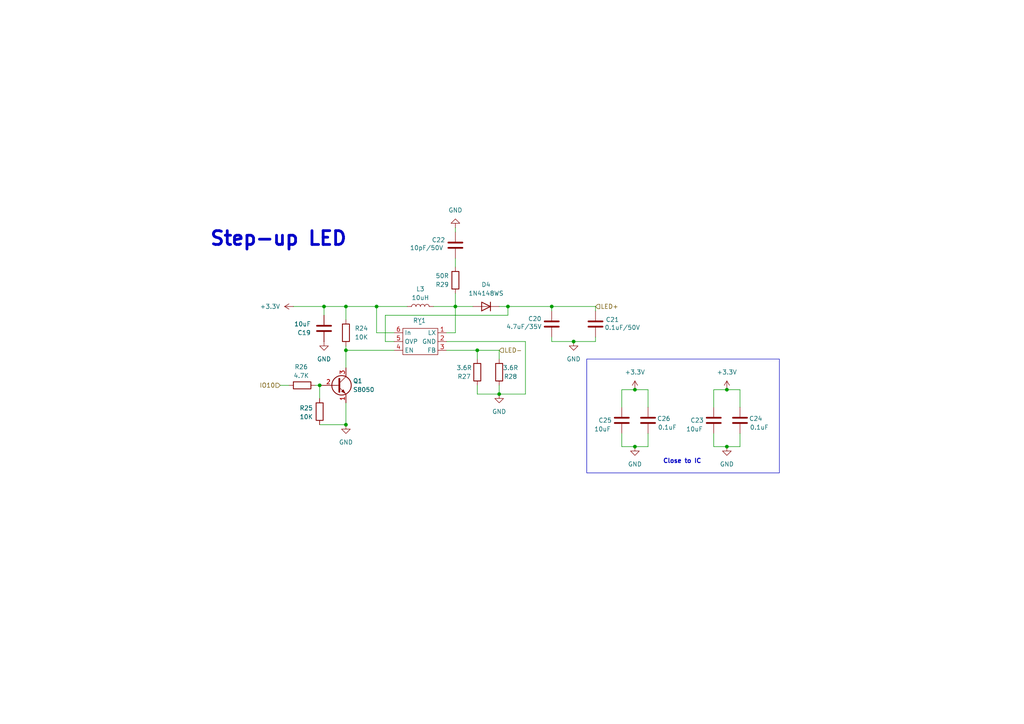
<source format=kicad_sch>
(kicad_sch (version 20231120) (generator "eeschema") (generator_version "8.0")
  (paper "A4")
  (lib_symbols
    (symbol "Device:C" (pin_numbers hide) (pin_names (offset 0.254))
      (property "Reference" "C" (at 0.635 2.54 0))
      (property "Value" "C" (at 0.635 -2.54 0))
      (symbol "C_0_1"
        (polyline (pts (xy -2.032 -0.762) (xy 2.032 -0.762)) (stroke (width 0.508)))
        (polyline (pts (xy -2.032 0.762) (xy 2.032 0.762)) (stroke (width 0.508)))
      )
      (symbol "C_1_1"
        (pin passive line (at 0 3.81 270) (length 2.794) (name "~") (number "1"))
        (pin passive line (at 0 -3.81 90) (length 2.794) (name "~") (number "2"))
      )
    )
    (symbol "Device:L" (pin_numbers hide) (pin_names (offset 1.016) hide)
      (property "Reference" "L" (at -1.27 0 90))
      (property "Value" "L" (at 1.905 0 90))
      (symbol "L_0_1"
        (arc (start 0 -2.54) (mid 0.6323 -1.905) (end 0 -1.27))
        (arc (start 0 -1.27) (mid 0.6323 -0.635) (end 0 0))
        (arc (start 0 0) (mid 0.6323 0.635) (end 0 1.27))
        (arc (start 0 1.27) (mid 0.6323 1.905) (end 0 2.54))
      )
      (symbol "L_1_1"
        (pin passive line (at 0 3.81 270) (length 1.27) (name "1") (number "1"))
        (pin passive line (at 0 -3.81 90) (length 1.27) (name "2") (number "2"))
      )
    )
    (symbol "Device:R" (pin_numbers hide) (pin_names (offset 0))
      (property "Reference" "R" (at 2.032 0 90))
      (property "Value" "R" (at 0 0 90))
      (symbol "R_0_1"
        (rectangle (start -1.016 -2.54) (end 1.016 2.54) (stroke (width 0.254)))
      )
      (symbol "R_1_1"
        (pin passive line (at 0 3.81 270) (length 1.27) (name "~") (number "1"))
        (pin passive line (at 0 -3.81 90) (length 1.27) (name "~") (number "2"))
      )
    )
    (symbol "Diode:1N4148WS" (pin_numbers hide) (pin_names hide)
      (property "Reference" "D" (at 0 2.54 0))
      (property "Value" "1N4148WS" (at 0 -2.54 0))
      (symbol "1N4148WS_0_1"
        (polyline (pts (xy -1.27 1.27) (xy -1.27 -1.27)) (stroke (width 0.254)))
        (polyline (pts (xy 1.27 0) (xy -1.27 0)))
        (polyline (pts (xy 1.27 1.27) (xy 1.27 -1.27) (xy -1.27 0) (xy 1.27 1.27)) (stroke (width 0.254)))
      )
      (symbol "1N4148WS_1_1"
        (pin passive line (at -3.81 0 0) (length 2.54) (name "K") (number "1"))
        (pin passive line (at 3.81 0 180) (length 2.54) (name "A") (number "2"))
      )
    )
    (symbol "New_Library:RY3730"
      (property "Reference" "RY3730" (at 0 0 0))
      (symbol "RY3730_0_1"
        (rectangle (start -5.08 -1.27) (end 5.08 -8.89))
      )
      (symbol "RY3730_1_1"
        (pin input line (at 7.62 -2.54 180) (length 2.54) (name "LX") (number "1"))
        (pin input line (at 7.62 -5.08 180) (length 2.54) (name "GND") (number "2"))
        (pin input line (at 7.62 -7.62 180) (length 2.54) (name "FB") (number "3"))
        (pin input line (at -7.62 -7.62 0) (length 2.54) (name "EN") (number "4"))
        (pin input line (at -7.62 -5.08 0) (length 2.54) (name "OVP") (number "5"))
        (pin input line (at -7.62 -2.54 0) (length 2.54) (name "In") (number "6"))
      )
    )
    (symbol "Transistor_BJT:S8050" (pin_names (offset 0) hide)
      (property "Reference" "Q" (at 5.08 1.905 0))
      (property "Value" "S8050" (at 5.08 0 0))
      (symbol "S8050_0_1"
        (polyline (pts (xy 0 0) (xy 0.635 0)))
        (polyline (pts (xy 0.635 0.635) (xy 2.54 2.54)))
        (polyline (pts (xy 0.635 -0.635) (xy 2.54 -2.54) (xy 2.54 -2.54)))
        (polyline (pts (xy 0.635 1.905) (xy 0.635 -1.905) (xy 0.635 -1.905)) (stroke (width 0.508)))
        (polyline (pts (xy 1.27 -1.778) (xy 1.778 -1.27) (xy 2.286 -2.286) (xy 1.27 -1.778) (xy 1.27 -1.778)) (fill (type outline)))
        (circle (center 1.27 0) (radius 2.8194) (stroke (width 0.254)))
      )
      (symbol "S8050_1_1"
        (pin passive line (at 2.54 -5.08 90) (length 2.54) (name "E") (number "1"))
        (pin input line (at -5.08 0 0) (length 5.08) (name "B") (number "2"))
        (pin passive line (at 2.54 5.08 270) (length 2.54) (name "C") (number "3"))
      )
    )
    (symbol "power:+3.3V" (power) (pin_numbers hide) (pin_names (offset 0) hide)
      (property "Value" "+3.3V" (at 0 3.556 0))
      (symbol "+3.3V_0_1"
        (polyline (pts (xy -0.762 1.27) (xy 0 2.54)))
        (polyline (pts (xy 0 0) (xy 0 2.54)))
        (polyline (pts (xy 0 2.54) (xy 0.762 1.27)))
      )
      (symbol "+3.3V_1_1"
        (pin power_in line (at 0 0 90) (length 0) (name "~") (number "1"))
      )
    )
    (symbol "power:GND" (power) (pin_numbers hide) (pin_names (offset 0) hide)
      (property "Value" "GND" (at 0 -3.81 0))
      (symbol "GND_0_1"
        (polyline (pts (xy 0 0) (xy 0 -1.27) (xy 1.27 -1.27) (xy 0 -2.54) (xy -1.27 -1.27) (xy 0 -1.27)))
      )
      (symbol "GND_1_1"
        (pin power_in line (at 0 0 270) (length 0) (name "~") (number "1"))
      )
    )
  )
  (junction (at 100.33 123.19))
  (junction (at 100.33 101.6))
  (junction (at 132.08 88.9))
  (junction (at 147.32 88.9))
  (junction (at 160.02 88.9))
  (junction (at 93.98 88.9))
  (junction (at 92.71 111.76))
  (junction (at 210.82 113.03))
  (junction (at 166.37 99.06))
  (junction (at 184.15 129.54))
  (junction (at 138.43 101.6))
  (junction (at 184.15 113.03))
  (junction (at 109.22 88.9))
  (junction (at 144.78 114.3))
  (junction (at 210.82 129.54))
  (junction (at 100.33 88.9))
  (wire (pts (xy 138.43 101.6) (xy 138.43 104.14)))
  (wire (pts (xy 172.72 99.06) (xy 172.72 97.79)))
  (wire (pts (xy 160.02 97.79) (xy 160.02 99.06)))
  (wire (pts (xy 81.28 111.76) (xy 83.82 111.76)))
  (wire (pts (xy 160.02 99.06) (xy 166.37 99.06)))
  (wire (pts (xy 144.78 88.9) (xy 147.32 88.9)))
  (wire (pts (xy 129.54 101.6) (xy 138.43 101.6)))
  (wire (pts (xy 125.73 88.9) (xy 132.08 88.9)))
  (wire (pts (xy 114.3 99.06) (xy 111.76 99.06)))
  (wire (pts (xy 100.33 100.33) (xy 100.33 101.6)))
  (wire (pts (xy 132.08 66.04) (xy 132.08 67.31)))
  (wire (pts (xy 138.43 101.6) (xy 144.78 101.6)))
  (wire (pts (xy 132.08 96.52) (xy 132.08 88.9)))
  (wire (pts (xy 132.08 74.93) (xy 132.08 77.47)))
  (wire (pts (xy 92.71 123.19) (xy 100.33 123.19)))
  (wire (pts (xy 91.44 111.76) (xy 92.71 111.76)))
  (wire (pts (xy 160.02 90.17) (xy 160.02 88.9)))
  (wire (pts (xy 207.01 118.11) (xy 207.01 113.03)))
  (wire (pts (xy 138.43 114.3) (xy 144.78 114.3)))
  (wire (pts (xy 114.3 96.52) (xy 109.22 96.52)))
  (wire (pts (xy 214.63 129.54) (xy 214.63 125.73)))
  (wire (pts (xy 180.34 125.73) (xy 180.34 129.54)))
  (wire (pts (xy 180.34 129.54) (xy 184.15 129.54)))
  (wire (pts (xy 187.96 113.03) (xy 184.15 113.03)))
  (wire (pts (xy 144.78 101.6) (xy 144.78 104.14)))
  (wire (pts (xy 187.96 129.54) (xy 184.15 129.54)))
  (wire (pts (xy 166.37 99.06) (xy 172.72 99.06)))
  (wire (pts (xy 111.76 91.44) (xy 147.32 91.44)))
  (wire (pts (xy 100.33 101.6) (xy 100.33 106.68)))
  (wire (pts (xy 100.33 88.9) (xy 109.22 88.9)))
  (wire (pts (xy 92.71 111.76) (xy 92.71 115.57)))
  (wire (pts (xy 109.22 96.52) (xy 109.22 88.9)))
  (wire (pts (xy 93.98 88.9) (xy 100.33 88.9)))
  (wire (pts (xy 152.4 99.06) (xy 152.4 114.3)))
  (wire (pts (xy 160.02 88.9) (xy 147.32 88.9)))
  (wire (pts (xy 93.98 88.9) (xy 85.09 88.9)))
  (wire (pts (xy 100.33 116.84) (xy 100.33 123.19)))
  (wire (pts (xy 100.33 92.71) (xy 100.33 88.9)))
  (wire (pts (xy 111.76 99.06) (xy 111.76 91.44)))
  (wire (pts (xy 172.72 90.17) (xy 172.72 88.9)))
  (wire (pts (xy 100.33 101.6) (xy 114.3 101.6)))
  (wire (pts (xy 132.08 88.9) (xy 137.16 88.9)))
  (wire (pts (xy 214.63 113.03) (xy 214.63 118.11)))
  (wire (pts (xy 214.63 113.03) (xy 210.82 113.03)))
  (wire (pts (xy 214.63 129.54) (xy 210.82 129.54)))
  (wire (pts (xy 180.34 118.11) (xy 180.34 113.03)))
  (wire (pts (xy 147.32 91.44) (xy 147.32 88.9)))
  (wire (pts (xy 152.4 114.3) (xy 144.78 114.3)))
  (wire (pts (xy 132.08 85.09) (xy 132.08 88.9)))
  (wire (pts (xy 144.78 114.3) (xy 144.78 111.76)))
  (wire (pts (xy 152.4 99.06) (xy 129.54 99.06)))
  (wire (pts (xy 187.96 113.03) (xy 187.96 118.11)))
  (wire (pts (xy 207.01 113.03) (xy 210.82 113.03)))
  (wire (pts (xy 172.72 88.9) (xy 160.02 88.9)))
  (wire (pts (xy 129.54 96.52) (xy 132.08 96.52)))
  (wire (pts (xy 138.43 111.76) (xy 138.43 114.3)))
  (wire (pts (xy 93.98 91.44) (xy 93.98 88.9)))
  (wire (pts (xy 109.22 88.9) (xy 118.11 88.9)))
  (wire (pts (xy 180.34 113.03) (xy 184.15 113.03)))
  (wire (pts (xy 207.01 125.73) (xy 207.01 129.54)))
  (wire (pts (xy 187.96 129.54) (xy 187.96 125.73)))
  (wire (pts (xy 207.01 129.54) (xy 210.82 129.54)))
  (rectangle (start 170.18 104.14) (end 226.06 137.16))
  (text "Step-up LED " (at 82.296 69.342 0) (effects (font (size 4 4) (thickness 0.8) (bold yes))))
  (text "Close to IC\n\n" (at 197.866 134.874 0) (effects (font (size 1.27 1.27) (thickness 0.254) (bold yes))))
  (hierarchical_label "IO10" (shape input) (at 81.28 111.76 180))
  (hierarchical_label "LED-" (shape input) (at 144.78 101.6 0))
  (hierarchical_label "LED+" (shape input) (at 172.72 88.9 0))
  (symbol (lib_id "Device:R") (at 100.33 96.52 180) (unit 1)
    (property "Reference" "R24" (at 102.87 95.2499 0) (effects (justify right)))
    (property "Value" "10K" (at 102.87 97.7899 0) (effects (justify right)))
    (property "Description" "Resistor" (effects (hide yes)))
  )
  (symbol (lib_id "Device:R") (at 132.08 81.28 0) (unit 1)
    (property "Reference" "R29" (at 128.27 82.55 0))
    (property "Value" "50R" (at 128.27 80.01 0))
    (property "Description" "Resistor" (effects (hide yes)))
  )
  (symbol (lib_id "power:GND") (at 144.78 114.3 0) (unit 1)
    (property "Reference" "#PWR054" (effects (hide yes)))
    (property "Value" "GND" (at 144.78 119.38 0))
    (property "Description" "Power symbol creates a global label with name \"GND\" , ground" (effects (hide yes)))
  )
  (symbol (lib_id "Device:C") (at 132.08 71.12 180) (unit 1)
    (property "Reference" "C22" (at 125.222 69.596 0) (effects (justify right)))
    (property "Value" "10pF/50V" (at 118.872 71.882 0) (effects (justify right)))
    (property "Description" "Unpolarized capacitor" (effects (hide yes)))
  )
  (symbol (lib_id "Device:C") (at 172.72 93.98 180) (unit 1)
    (property "Reference" "C21" (at 179.578 92.71 0) (effects (justify left)))
    (property "Value" "0.1uF/50V" (at 185.674 94.996 0) (effects (justify left)))
    (property "Description" "Unpolarized capacitor" (effects (hide yes)))
  )
  (symbol (lib_id "Device:C") (at 214.63 121.92 180) (unit 1)
    (property "Reference" "C24" (at 219.202 121.412 0))
    (property "Value" "0.1uF" (at 220.218 123.952 0))
    (property "Description" "Unpolarized capacitor" (effects (hide yes)))
  )
  (symbol (lib_id "Device:C") (at 187.96 121.92 180) (unit 1)
    (property "Reference" "C26" (at 192.532 121.412 0))
    (property "Value" "0.1uF" (at 193.548 123.952 0))
    (property "Description" "Unpolarized capacitor" (effects (hide yes)))
  )
  (symbol (lib_id "power:GND") (at 132.08 66.04 180) (unit 1)
    (property "Reference" "#PWR058" (effects (hide yes)))
    (property "Value" "GND" (at 132.08 60.96 0))
    (property "Description" "Power symbol creates a global label with name \"GND\" , ground" (effects (hide yes)))
  )
  (symbol (lib_id "power:GND") (at 166.37 99.06 0) (unit 1)
    (property "Reference" "#PWR056" (effects (hide yes)))
    (property "Value" "GND" (at 166.37 104.14 0))
    (property "Description" "Power symbol creates a global label with name \"GND\" , ground" (effects (hide yes)))
  )
  (symbol (lib_id "Device:C") (at 160.02 93.98 180) (unit 1)
    (property "Reference" "C20" (at 153.162 92.456 0) (effects (justify right)))
    (property "Value" "4.7uF/35V" (at 146.812 94.742 0) (effects (justify right)))
    (property "Description" "Unpolarized capacitor" (effects (hide yes)))
  )
  (symbol (lib_id "power:GND") (at 210.82 129.54 0) (unit 1)
    (property "Reference" "#PWR060" (effects (hide yes)))
    (property "Value" "GND" (at 210.82 134.62 0))
    (property "Description" "Power symbol creates a global label with name \"GND\" , ground" (effects (hide yes)))
  )
  (symbol (lib_id "power:GND") (at 184.15 129.54 0) (unit 1)
    (property "Reference" "#PWR062" (effects (hide yes)))
    (property "Value" "GND" (at 184.15 134.62 0))
    (property "Description" "Power symbol creates a global label with name \"GND\" , ground" (effects (hide yes)))
  )
  (symbol (lib_id "power:GND") (at 100.33 123.19 0) (unit 1)
    (property "Reference" "#PWR052" (effects (hide yes)))
    (property "Value" "GND" (at 100.33 128.27 0))
    (property "Description" "Power symbol creates a global label with name \"GND\" , ground" (effects (hide yes)))
  )
  (symbol (lib_id "Device:L") (at 121.92 88.9 90) (unit 1)
    (property "Reference" "L3" (at 121.92 83.82 90))
    (property "Value" "10uH" (at 121.92 86.36 90))
    (property "Description" "Inductor" (effects (hide yes)))
  )
  (symbol (lib_id "power:+3.3V") (at 210.82 113.03 0) (unit 1)
    (property "Reference" "#PWR059" (effects (hide yes)))
    (property "Value" "+3.3V" (at 210.82 107.95 0))
    (property "Description" "Power symbol creates a global label with name \"+3.3V\"" (effects (hide yes)))
  )
  (symbol (lib_id "Device:R") (at 92.71 119.38 180) (unit 1)
    (property "Reference" "R25" (at 86.868 118.364 0) (effects (justify right)))
    (property "Value" "10K" (at 86.868 120.904 0) (effects (justify right)))
    (property "Description" "Resistor" (effects (hide yes)))
  )
  (symbol (lib_id "Device:C") (at 180.34 121.92 180) (unit 1)
    (property "Reference" "C25" (at 175.514 121.92 0))
    (property "Value" "10uF" (at 174.752 124.46 0))
    (property "Description" "Unpolarized capacitor" (effects (hide yes)))
  )
  (symbol (lib_id "power:+3.3V") (at 184.15 113.03 0) (unit 1)
    (property "Reference" "#PWR061" (effects (hide yes)))
    (property "Value" "+3.3V" (at 184.15 107.95 0))
    (property "Description" "Power symbol creates a global label with name \"+3.3V\"" (effects (hide yes)))
  )
  (symbol (lib_id "Device:R") (at 138.43 107.95 0) (unit 1)
    (property "Reference" "R27" (at 134.62 109.22 0))
    (property "Value" "3.6R" (at 134.62 106.68 0))
    (property "Description" "Resistor" (effects (hide yes)))
  )
  (symbol (lib_id "power:GND") (at 93.98 99.06 0) (unit 1)
    (property "Reference" "#PWR050" (effects (hide yes)))
    (property "Value" "GND" (at 93.98 104.14 0))
    (property "Description" "Power symbol creates a global label with name \"GND\" , ground" (effects (hide yes)))
  )
  (symbol (lib_id "Diode:1N4148WS") (at 140.97 88.9 180) (unit 1)
    (property "Reference" "D4" (at 140.97 82.55 0))
    (property "Value" "1N4148WS" (at 140.97 85.09 0))
    (property "Footprint" "Diode_SMD:D_SOD-323" (effects (hide yes)))
    (property "Datasheet" "https://www.vishay.com/docs/85751/1n4148ws.pdf" (effects (hide yes)))
    (property "Description" "75V 0.15A Fast switching Diode, SOD-323" (effects (hide yes)))
    (property "Sim.Device" "D" (effects (hide yes)))
    (property "Sim.Pins" "1=K 2=A" (effects (hide yes)))
  )
  (symbol (lib_id "New_Library:RY3730") (at 121.92 93.98 0) (unit 1)
    (property "Reference" "RY1" (at 121.666 92.964 0))
    (property "Value" "~" (at 121.92 93.98 0))
  )
  (symbol (lib_id "Transistor_BJT:S8050") (at 97.79 111.76 0) (unit 1)
    (property "Reference" "Q1" (at 102.362 110.49 0) (effects (justify left)))
    (property "Value" "S8050" (at 102.362 113.03 0) (effects (justify left)))
    (property "Footprint" "Package_TO_SOT_THT:TO-92_Inline" (effects (hide yes)))
    (property "Datasheet" "http://www.unisonic.com.tw/datasheet/S8050.pdf" (effects (hide yes)))
    (property "Description" "0.7A Ic, 20V Vce, Low Voltage High Current NPN Transistor, TO-92" (effects (hide yes)))
  )
  (symbol (lib_id "Device:R") (at 87.63 111.76 270) (unit 1)
    (property "Reference" "R26" (at 87.376 106.426 90))
    (property "Value" "4.7K" (at 87.376 108.966 90))
    (property "Description" "Resistor" (effects (hide yes)))
  )
  (symbol (lib_id "power:+3.3V") (at 85.09 88.9 90) (unit 1)
    (property "Reference" "#PWR048" (effects (hide yes)))
    (property "Value" "+3.3V" (at 81.28 88.9001 90) (effects (justify left)))
    (property "Description" "Power symbol creates a global label with name \"+3.3V\"" (effects (hide yes)))
  )
  (symbol (lib_id "Device:R") (at 144.78 107.95 0) (unit 1)
    (property "Reference" "R28" (at 148.082 109.22 0))
    (property "Value" "3.6R" (at 148.082 106.68 0))
    (property "Description" "Resistor" (effects (hide yes)))
  )
  (symbol (lib_id "Device:C") (at 93.98 95.25 180) (unit 1)
    (property "Reference" "C19" (at 90.17 96.5201 0) (effects (justify left)))
    (property "Value" "10uF" (at 90.17 93.9801 0) (effects (justify left)))
    (property "Description" "Unpolarized capacitor" (effects (hide yes)))
  )
  (symbol (lib_id "Device:C") (at 207.01 121.92 180) (unit 1)
    (property "Reference" "C23" (at 202.184 121.92 0))
    (property "Value" "10uF" (at 201.422 124.46 0))
    (property "Description" "Unpolarized capacitor" (effects (hide yes)))
  )
)
</source>
